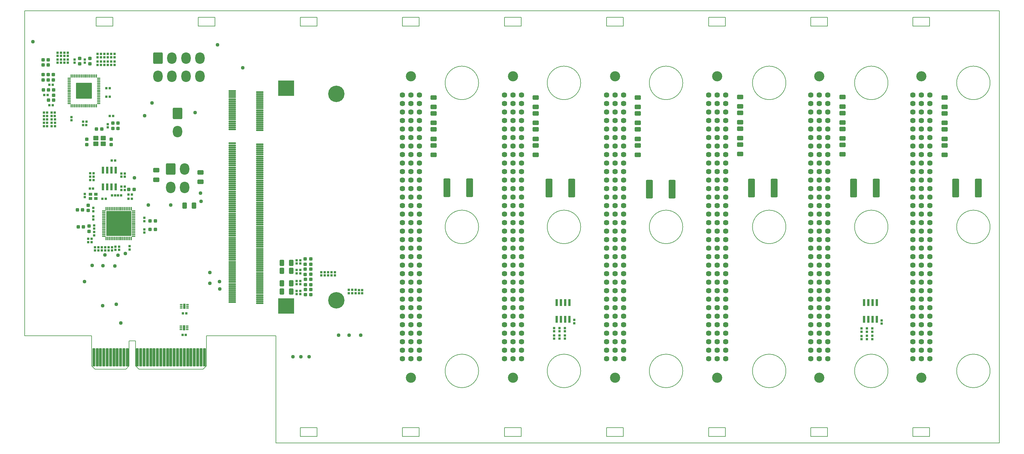
<source format=gbr>
G04 #@! TF.GenerationSoftware,KiCad,Pcbnew,6.0.7-f9a2dced07~116~ubuntu22.04.1*
G04 #@! TF.CreationDate,2023-04-06T14:06:25+01:00*
G04 #@! TF.ProjectId,hiltop_backplane_brd,68696c74-6f70-45f6-9261-636b706c616e,A*
G04 #@! TF.SameCoordinates,Original*
G04 #@! TF.FileFunction,Soldermask,Top*
G04 #@! TF.FilePolarity,Negative*
%FSLAX46Y46*%
G04 Gerber Fmt 4.6, Leading zero omitted, Abs format (unit mm)*
G04 Created by KiCad (PCBNEW 6.0.7-f9a2dced07~116~ubuntu22.04.1) date 2023-04-06 14:06:25*
%MOMM*%
%LPD*%
G01*
G04 APERTURE LIST*
G04 Aperture macros list*
%AMRoundRect*
0 Rectangle with rounded corners*
0 $1 Rounding radius*
0 $2 $3 $4 $5 $6 $7 $8 $9 X,Y pos of 4 corners*
0 Add a 4 corners polygon primitive as box body*
4,1,4,$2,$3,$4,$5,$6,$7,$8,$9,$2,$3,0*
0 Add four circle primitives for the rounded corners*
1,1,$1+$1,$2,$3*
1,1,$1+$1,$4,$5*
1,1,$1+$1,$6,$7*
1,1,$1+$1,$8,$9*
0 Add four rect primitives between the rounded corners*
20,1,$1+$1,$2,$3,$4,$5,0*
20,1,$1+$1,$4,$5,$6,$7,0*
20,1,$1+$1,$6,$7,$8,$9,0*
20,1,$1+$1,$8,$9,$2,$3,0*%
G04 Aperture macros list end*
G04 #@! TA.AperFunction,Profile*
%ADD10C,0.150000*%
G04 #@! TD*
%ADD11C,3.020680*%
%ADD12C,1.621140*%
%ADD13RoundRect,0.207500X-0.147500X-0.172500X0.147500X-0.172500X0.147500X0.172500X-0.147500X0.172500X0*%
%ADD14RoundRect,0.310000X-0.712500X-2.475000X0.712500X-2.475000X0.712500X2.475000X-0.712500X2.475000X0*%
%ADD15RoundRect,0.207500X-0.172500X0.147500X-0.172500X-0.147500X0.172500X-0.147500X0.172500X0.147500X0*%
%ADD16RoundRect,0.278750X0.256250X-0.218750X0.256250X0.218750X-0.256250X0.218750X-0.256250X-0.218750X0*%
%ADD17RoundRect,0.207500X0.172500X-0.147500X0.172500X0.147500X-0.172500X0.147500X-0.172500X-0.147500X0*%
%ADD18RoundRect,0.060000X-0.450000X0.400000X-0.450000X-0.400000X0.450000X-0.400000X0.450000X0.400000X0*%
%ADD19RoundRect,0.207500X0.147500X0.172500X-0.147500X0.172500X-0.147500X-0.172500X0.147500X-0.172500X0*%
%ADD20RoundRect,0.278750X0.218750X0.256250X-0.218750X0.256250X-0.218750X-0.256250X0.218750X-0.256250X0*%
%ADD21RoundRect,0.310000X0.625000X-0.375000X0.625000X0.375000X-0.625000X0.375000X-0.625000X-0.375000X0*%
%ADD22RoundRect,0.278750X-0.218750X-0.256250X0.218750X-0.256250X0.218750X0.256250X-0.218750X0.256250X0*%
%ADD23RoundRect,0.210000X0.150000X-0.825000X0.150000X0.825000X-0.150000X0.825000X-0.150000X-0.825000X0*%
%ADD24RoundRect,0.060000X-0.425000X-0.150000X0.425000X-0.150000X0.425000X0.150000X-0.425000X0.150000X0*%
%ADD25RoundRect,0.060000X0.150000X-0.425000X0.150000X0.425000X-0.150000X0.425000X-0.150000X-0.425000X0*%
%ADD26RoundRect,0.060000X-3.675000X-3.675000X3.675000X-3.675000X3.675000X3.675000X-3.675000X3.675000X0*%
%ADD27RoundRect,0.310001X-1.099999X-1.399999X1.099999X-1.399999X1.099999X1.399999X-1.099999X1.399999X0*%
%ADD28O,2.820000X3.420000*%
%ADD29RoundRect,0.278750X-0.256250X0.218750X-0.256250X-0.218750X0.256250X-0.218750X0.256250X0.218750X0*%
%ADD30RoundRect,0.110000X0.387500X0.050000X-0.387500X0.050000X-0.387500X-0.050000X0.387500X-0.050000X0*%
%ADD31RoundRect,0.110000X0.050000X0.387500X-0.050000X0.387500X-0.050000X-0.387500X0.050000X-0.387500X0*%
%ADD32RoundRect,0.309998X2.100002X2.100002X-2.100002X2.100002X-2.100002X-2.100002X2.100002X-2.100002X0*%
%ADD33RoundRect,0.310000X0.375000X0.625000X-0.375000X0.625000X-0.375000X-0.625000X0.375000X-0.625000X0*%
%ADD34RoundRect,0.310000X-0.625000X0.375000X-0.625000X-0.375000X0.625000X-0.375000X0.625000X0.375000X0*%
%ADD35RoundRect,0.060000X0.350000X0.125000X-0.350000X0.125000X-0.350000X-0.125000X0.350000X-0.125000X0*%
%ADD36RoundRect,0.060000X0.305000X0.710000X-0.305000X0.710000X-0.305000X-0.710000X0.305000X-0.710000X0*%
%ADD37RoundRect,0.060000X-0.375000X-2.650000X0.375000X-2.650000X0.375000X2.650000X-0.375000X2.650000X0*%
%ADD38C,1.120000*%
%ADD39RoundRect,0.060000X-2.300000X-2.250000X2.300000X-2.250000X2.300000X2.250000X-2.300000X2.250000X0*%
%ADD40C,4.900000*%
%ADD41RoundRect,0.060000X-1.000000X-0.175000X1.000000X-0.175000X1.000000X0.175000X-1.000000X0.175000X0*%
%ADD42RoundRect,0.060000X0.700000X0.600000X-0.700000X0.600000X-0.700000X-0.600000X0.700000X-0.600000X0*%
%ADD43RoundRect,0.210000X-0.150000X0.825000X-0.150000X-0.825000X0.150000X-0.825000X0.150000X0.825000X0*%
G04 APERTURE END LIST*
D10*
X179840000Y-50700000D02*
G75*
G03*
X179840000Y-50700000I-5000000J0D01*
G01*
X210320000Y-50700000D02*
G75*
G03*
X210320000Y-50700000I-5000000J0D01*
G01*
X240800000Y-50700000D02*
G75*
G03*
X240800000Y-50700000I-5000000J0D01*
G01*
X210320000Y-93700000D02*
G75*
G03*
X210320000Y-93700000I-5000000J0D01*
G01*
X240800000Y-93700000D02*
G75*
G03*
X240800000Y-93700000I-5000000J0D01*
G01*
X179840000Y-136700000D02*
G75*
G03*
X179840000Y-136700000I-5000000J0D01*
G01*
X210320000Y-136700000D02*
G75*
G03*
X210320000Y-136700000I-5000000J0D01*
G01*
X240800000Y-136700000D02*
G75*
G03*
X240800000Y-136700000I-5000000J0D01*
G01*
X179840000Y-93700000D02*
G75*
G03*
X179840000Y-93700000I-5000000J0D01*
G01*
X248500000Y-31150000D02*
X248500000Y-33750000D01*
X284000000Y-33750000D02*
X284000000Y-31150000D01*
X271600000Y-136700000D02*
G75*
G03*
X271600000Y-136700000I-5000000J0D01*
G01*
X65300000Y-136200000D02*
X74500000Y-136200000D01*
X75500000Y-135200000D02*
X75500000Y-127700000D01*
X248500000Y-33750000D02*
X253500000Y-33750000D01*
X131600000Y-156250000D02*
X131600000Y-153650000D01*
X157100000Y-31150000D02*
X157100000Y-33750000D01*
X131600000Y-153650000D02*
X126600000Y-153650000D01*
X192550000Y-153650000D02*
X187550000Y-153650000D01*
X65650000Y-33750000D02*
X70650000Y-33750000D01*
X162100000Y-31150000D02*
X157100000Y-31150000D01*
X101150000Y-33750000D02*
X101150000Y-31150000D01*
X126600000Y-156250000D02*
X131600000Y-156250000D01*
X162100000Y-156250000D02*
X162100000Y-153650000D01*
X279000000Y-31150000D02*
X279000000Y-33750000D01*
X126600000Y-31150000D02*
X126600000Y-33750000D01*
X96150000Y-31150000D02*
X96150000Y-33750000D01*
X98600000Y-126200000D02*
X119300000Y-126200000D01*
X131600000Y-31150000D02*
X126600000Y-31150000D01*
X223050000Y-153650000D02*
X218050000Y-153650000D01*
X192550000Y-33750000D02*
X192550000Y-31150000D01*
X309450000Y-153650000D02*
X309450000Y-156250000D01*
X284000000Y-153650000D02*
X279000000Y-153650000D01*
X70650000Y-31150000D02*
X65650000Y-31150000D01*
X162100000Y-33750000D02*
X162100000Y-31150000D01*
X302080000Y-136700000D02*
G75*
G03*
X302080000Y-136700000I-5000000J0D01*
G01*
X309450000Y-156250000D02*
X314450000Y-156250000D01*
X284000000Y-156250000D02*
X284000000Y-153650000D01*
X248500000Y-156250000D02*
X253500000Y-156250000D01*
X157100000Y-156250000D02*
X162100000Y-156250000D01*
X248500000Y-153650000D02*
X248500000Y-156250000D01*
X218050000Y-156250000D02*
X223050000Y-156250000D01*
X218050000Y-31150000D02*
X218050000Y-33750000D01*
X162100000Y-153650000D02*
X157100000Y-153650000D01*
X332560000Y-93700000D02*
G75*
G03*
X332560000Y-93700000I-5000000J0D01*
G01*
X75500000Y-135200000D02*
X74500000Y-136200000D01*
X126600000Y-153650000D02*
X126600000Y-156250000D01*
X314450000Y-153650000D02*
X309450000Y-153650000D01*
X97600000Y-136200000D02*
X98600000Y-135200000D01*
X157100000Y-33750000D02*
X162100000Y-33750000D01*
X332560000Y-50700000D02*
G75*
G03*
X332560000Y-50700000I-5000000J0D01*
G01*
X70650000Y-33750000D02*
X70650000Y-31150000D01*
X223050000Y-156250000D02*
X223050000Y-153650000D01*
X271600000Y-50700000D02*
G75*
G03*
X271600000Y-50700000I-5000000J0D01*
G01*
X65650000Y-31150000D02*
X65650000Y-33750000D01*
X192550000Y-31150000D02*
X187550000Y-31150000D01*
X302080000Y-93700000D02*
G75*
G03*
X302080000Y-93700000I-5000000J0D01*
G01*
X187550000Y-153650000D02*
X187550000Y-156250000D01*
X44300000Y-29200000D02*
X335300000Y-29200000D01*
X131600000Y-33750000D02*
X131600000Y-31150000D01*
X96150000Y-33750000D02*
X101150000Y-33750000D01*
X187550000Y-33750000D02*
X192550000Y-33750000D01*
X64300000Y-135200000D02*
X64300000Y-126200000D01*
X314500000Y-31150000D02*
X309500000Y-31150000D01*
X218050000Y-153650000D02*
X218050000Y-156250000D01*
X271600000Y-93700000D02*
G75*
G03*
X271600000Y-93700000I-5000000J0D01*
G01*
X253500000Y-33750000D02*
X253500000Y-31150000D01*
X279000000Y-156250000D02*
X284000000Y-156250000D01*
X332560000Y-136700000D02*
G75*
G03*
X332560000Y-136700000I-5000000J0D01*
G01*
X77400000Y-135200000D02*
X78400000Y-136200000D01*
X119300000Y-136200000D02*
X119300000Y-158200000D01*
X309500000Y-31150000D02*
X309500000Y-33750000D01*
X44300000Y-126200000D02*
X44300000Y-29200000D01*
X218050000Y-33750000D02*
X223050000Y-33750000D01*
X314450000Y-156250000D02*
X314450000Y-153650000D01*
X284000000Y-31150000D02*
X279000000Y-31150000D01*
X119300000Y-126200000D02*
X119300000Y-136200000D01*
X78400000Y-136200000D02*
X97600000Y-136200000D01*
X279000000Y-153650000D02*
X279000000Y-156250000D01*
X279000000Y-33750000D02*
X284000000Y-33750000D01*
X253500000Y-153650000D02*
X248500000Y-153650000D01*
X64300000Y-135200000D02*
X65300000Y-136200000D01*
X187550000Y-156250000D02*
X192550000Y-156250000D01*
X75500000Y-127700000D02*
X77400000Y-127700000D01*
X101150000Y-31150000D02*
X96150000Y-31150000D01*
X192550000Y-156250000D02*
X192550000Y-153650000D01*
X253500000Y-31150000D02*
X248500000Y-31150000D01*
X126600000Y-33750000D02*
X131600000Y-33750000D01*
X98600000Y-135200000D02*
X98600000Y-127700000D01*
X335300000Y-29200000D02*
X335300000Y-158200000D01*
X187550000Y-31150000D02*
X187550000Y-33750000D01*
X302080000Y-50700000D02*
G75*
G03*
X302080000Y-50700000I-5000000J0D01*
G01*
X157100000Y-153650000D02*
X157100000Y-156250000D01*
X223050000Y-31150000D02*
X218050000Y-31150000D01*
X98600000Y-127700000D02*
X98600000Y-126200000D01*
X335300000Y-158200000D02*
X119300000Y-158200000D01*
X309500000Y-33750000D02*
X314500000Y-33750000D01*
X253500000Y-156250000D02*
X253500000Y-153650000D01*
X77400000Y-127700000D02*
X77400000Y-135200000D01*
X314500000Y-33750000D02*
X314500000Y-31150000D01*
X64300000Y-126200000D02*
X44300000Y-126200000D01*
X223050000Y-33750000D02*
X223050000Y-31150000D01*
X179840000Y-50700000D02*
G75*
G03*
X179840000Y-50700000I-5000000J0D01*
G01*
X210320000Y-50700000D02*
G75*
G03*
X210320000Y-50700000I-5000000J0D01*
G01*
X240800000Y-50700000D02*
G75*
G03*
X240800000Y-50700000I-5000000J0D01*
G01*
X210320000Y-93700000D02*
G75*
G03*
X210320000Y-93700000I-5000000J0D01*
G01*
X240800000Y-93700000D02*
G75*
G03*
X240800000Y-93700000I-5000000J0D01*
G01*
X179840000Y-136700000D02*
G75*
G03*
X179840000Y-136700000I-5000000J0D01*
G01*
X210320000Y-136700000D02*
G75*
G03*
X210320000Y-136700000I-5000000J0D01*
G01*
X240800000Y-136700000D02*
G75*
G03*
X240800000Y-136700000I-5000000J0D01*
G01*
X179840000Y-93700000D02*
G75*
G03*
X179840000Y-93700000I-5000000J0D01*
G01*
X248500000Y-31150000D02*
X248500000Y-33750000D01*
X284000000Y-33750000D02*
X284000000Y-31150000D01*
X271600000Y-136700000D02*
G75*
G03*
X271600000Y-136700000I-5000000J0D01*
G01*
X65300000Y-136200000D02*
X74500000Y-136200000D01*
X75500000Y-135200000D02*
X75500000Y-127700000D01*
X248500000Y-33750000D02*
X253500000Y-33750000D01*
X131600000Y-156250000D02*
X131600000Y-153650000D01*
X157100000Y-31150000D02*
X157100000Y-33750000D01*
X131600000Y-153650000D02*
X126600000Y-153650000D01*
X192550000Y-153650000D02*
X187550000Y-153650000D01*
X65650000Y-33750000D02*
X70650000Y-33750000D01*
X162100000Y-31150000D02*
X157100000Y-31150000D01*
X101150000Y-33750000D02*
X101150000Y-31150000D01*
X126600000Y-156250000D02*
X131600000Y-156250000D01*
X162100000Y-156250000D02*
X162100000Y-153650000D01*
X279000000Y-31150000D02*
X279000000Y-33750000D01*
X126600000Y-31150000D02*
X126600000Y-33750000D01*
X96150000Y-31150000D02*
X96150000Y-33750000D01*
X98600000Y-126200000D02*
X119300000Y-126200000D01*
X131600000Y-31150000D02*
X126600000Y-31150000D01*
X223050000Y-153650000D02*
X218050000Y-153650000D01*
X192550000Y-33750000D02*
X192550000Y-31150000D01*
X309450000Y-153650000D02*
X309450000Y-156250000D01*
X284000000Y-153650000D02*
X279000000Y-153650000D01*
X70650000Y-31150000D02*
X65650000Y-31150000D01*
X162100000Y-33750000D02*
X162100000Y-31150000D01*
X302080000Y-136700000D02*
G75*
G03*
X302080000Y-136700000I-5000000J0D01*
G01*
X309450000Y-156250000D02*
X314450000Y-156250000D01*
X284000000Y-156250000D02*
X284000000Y-153650000D01*
X248500000Y-156250000D02*
X253500000Y-156250000D01*
X157100000Y-156250000D02*
X162100000Y-156250000D01*
X248500000Y-153650000D02*
X248500000Y-156250000D01*
X218050000Y-156250000D02*
X223050000Y-156250000D01*
X218050000Y-31150000D02*
X218050000Y-33750000D01*
X162100000Y-153650000D02*
X157100000Y-153650000D01*
X332560000Y-93700000D02*
G75*
G03*
X332560000Y-93700000I-5000000J0D01*
G01*
X75500000Y-135200000D02*
X74500000Y-136200000D01*
X126600000Y-153650000D02*
X126600000Y-156250000D01*
X314450000Y-153650000D02*
X309450000Y-153650000D01*
X97600000Y-136200000D02*
X98600000Y-135200000D01*
X157100000Y-33750000D02*
X162100000Y-33750000D01*
X332560000Y-50700000D02*
G75*
G03*
X332560000Y-50700000I-5000000J0D01*
G01*
X70650000Y-33750000D02*
X70650000Y-31150000D01*
X223050000Y-156250000D02*
X223050000Y-153650000D01*
X271600000Y-50700000D02*
G75*
G03*
X271600000Y-50700000I-5000000J0D01*
G01*
X65650000Y-31150000D02*
X65650000Y-33750000D01*
X192550000Y-31150000D02*
X187550000Y-31150000D01*
X302080000Y-93700000D02*
G75*
G03*
X302080000Y-93700000I-5000000J0D01*
G01*
X187550000Y-153650000D02*
X187550000Y-156250000D01*
X44300000Y-29200000D02*
X335300000Y-29200000D01*
X131600000Y-33750000D02*
X131600000Y-31150000D01*
X96150000Y-33750000D02*
X101150000Y-33750000D01*
X187550000Y-33750000D02*
X192550000Y-33750000D01*
X64300000Y-135200000D02*
X64300000Y-126200000D01*
X314500000Y-31150000D02*
X309500000Y-31150000D01*
X218050000Y-153650000D02*
X218050000Y-156250000D01*
X271600000Y-93700000D02*
G75*
G03*
X271600000Y-93700000I-5000000J0D01*
G01*
X253500000Y-33750000D02*
X253500000Y-31150000D01*
X279000000Y-156250000D02*
X284000000Y-156250000D01*
X332560000Y-136700000D02*
G75*
G03*
X332560000Y-136700000I-5000000J0D01*
G01*
X77400000Y-135200000D02*
X78400000Y-136200000D01*
X119300000Y-136200000D02*
X119300000Y-158200000D01*
X309500000Y-31150000D02*
X309500000Y-33750000D01*
X44300000Y-126200000D02*
X44300000Y-29200000D01*
X218050000Y-33750000D02*
X223050000Y-33750000D01*
X314450000Y-156250000D02*
X314450000Y-153650000D01*
X284000000Y-31150000D02*
X279000000Y-31150000D01*
X119300000Y-126200000D02*
X119300000Y-136200000D01*
X78400000Y-136200000D02*
X97600000Y-136200000D01*
X279000000Y-153650000D02*
X279000000Y-156250000D01*
X279000000Y-33750000D02*
X284000000Y-33750000D01*
X253500000Y-153650000D02*
X248500000Y-153650000D01*
X64300000Y-135200000D02*
X65300000Y-136200000D01*
X187550000Y-156250000D02*
X192550000Y-156250000D01*
X75500000Y-127700000D02*
X77400000Y-127700000D01*
X101150000Y-31150000D02*
X96150000Y-31150000D01*
X192550000Y-156250000D02*
X192550000Y-153650000D01*
X253500000Y-31150000D02*
X248500000Y-31150000D01*
X126600000Y-33750000D02*
X131600000Y-33750000D01*
X98600000Y-135200000D02*
X98600000Y-127700000D01*
X335300000Y-29200000D02*
X335300000Y-158200000D01*
X187550000Y-31150000D02*
X187550000Y-33750000D01*
X302080000Y-50700000D02*
G75*
G03*
X302080000Y-50700000I-5000000J0D01*
G01*
X157100000Y-153650000D02*
X157100000Y-156250000D01*
X223050000Y-31150000D02*
X218050000Y-31150000D01*
X98600000Y-127700000D02*
X98600000Y-126200000D01*
X335300000Y-158200000D02*
X119300000Y-158200000D01*
X309500000Y-33750000D02*
X314500000Y-33750000D01*
X253500000Y-156250000D02*
X253500000Y-153650000D01*
X77400000Y-127700000D02*
X77400000Y-135200000D01*
X314500000Y-33750000D02*
X314500000Y-31150000D01*
X64300000Y-126200000D02*
X44300000Y-126200000D01*
X223050000Y-33750000D02*
X223050000Y-31150000D01*
D11*
X159600000Y-48703900D03*
X159600000Y-138696100D03*
D12*
X157060000Y-54330000D03*
X159600000Y-54330000D03*
X162140000Y-54330000D03*
X157060000Y-56870000D03*
X159600000Y-56870000D03*
X162140000Y-56870000D03*
X157060000Y-59410000D03*
X159600000Y-59410000D03*
X162140000Y-59410000D03*
X157060000Y-61950000D03*
X159600000Y-61950000D03*
X162140000Y-61950000D03*
X157060000Y-64490000D03*
X159600000Y-64490000D03*
X162140000Y-64490000D03*
X157060000Y-67030000D03*
X159600000Y-67030000D03*
X162140000Y-67030000D03*
X157060000Y-69570000D03*
X159600000Y-69570000D03*
X162140000Y-69570000D03*
X157060000Y-72110000D03*
X159600000Y-72110000D03*
X162140000Y-72110000D03*
X157060000Y-74650000D03*
X159600000Y-74650000D03*
X162140000Y-74650000D03*
X157060000Y-77190000D03*
X159600000Y-77190000D03*
X162140000Y-77190000D03*
X157060000Y-79730000D03*
X159600000Y-79730000D03*
X162140000Y-79730000D03*
X157060000Y-82270000D03*
X159600000Y-82270000D03*
X162140000Y-82270000D03*
X157060000Y-84810000D03*
X159600000Y-84810000D03*
X162140000Y-84810000D03*
X157060000Y-87350000D03*
X159600000Y-87350000D03*
X162140000Y-87350000D03*
X157060000Y-89890000D03*
X159600000Y-89890000D03*
X162140000Y-89890000D03*
X157060000Y-92430000D03*
X159600000Y-92430000D03*
X162140000Y-92430000D03*
X157060000Y-94970000D03*
X159600000Y-94970000D03*
X162140000Y-94970000D03*
X157060000Y-97510000D03*
X159600000Y-97510000D03*
X162140000Y-97510000D03*
X157060000Y-100050000D03*
X159600000Y-100050000D03*
X162140000Y-100050000D03*
X157060000Y-102590000D03*
X159600000Y-102590000D03*
X162140000Y-102590000D03*
X157060000Y-105130000D03*
X159600000Y-105130000D03*
X162140000Y-105130000D03*
X157060000Y-107670000D03*
X159600000Y-107670000D03*
X162140000Y-107670000D03*
X157060000Y-110210000D03*
X159600000Y-110210000D03*
X162140000Y-110210000D03*
X157060000Y-112750000D03*
X159600000Y-112750000D03*
X162140000Y-112750000D03*
X157060000Y-115290000D03*
X159600000Y-115290000D03*
X162140000Y-115290000D03*
X157060000Y-117830000D03*
X159600000Y-117830000D03*
X162140000Y-117830000D03*
X157060000Y-120370000D03*
X159600000Y-120370000D03*
X162140000Y-120370000D03*
X157060000Y-122910000D03*
X159600000Y-122910000D03*
X162140000Y-122910000D03*
X157060000Y-125450000D03*
X159600000Y-125450000D03*
X162140000Y-125450000D03*
X157060000Y-127990000D03*
X159600000Y-127990000D03*
X162140000Y-127990000D03*
X157060000Y-130530000D03*
X159600000Y-130530000D03*
X162140000Y-130530000D03*
X157060000Y-133070000D03*
X159600000Y-133070000D03*
X162140000Y-133070000D03*
D11*
X190080000Y-138696100D03*
X190080000Y-48703900D03*
D12*
X187540000Y-54330000D03*
X190080000Y-54330000D03*
X192620000Y-54330000D03*
X187540000Y-56870000D03*
X190080000Y-56870000D03*
X192620000Y-56870000D03*
X187540000Y-59410000D03*
X190080000Y-59410000D03*
X192620000Y-59410000D03*
X187540000Y-61950000D03*
X190080000Y-61950000D03*
X192620000Y-61950000D03*
X187540000Y-64490000D03*
X190080000Y-64490000D03*
X192620000Y-64490000D03*
X187540000Y-67030000D03*
X190080000Y-67030000D03*
X192620000Y-67030000D03*
X187540000Y-69570000D03*
X190080000Y-69570000D03*
X192620000Y-69570000D03*
X187540000Y-72110000D03*
X190080000Y-72110000D03*
X192620000Y-72110000D03*
X187540000Y-74650000D03*
X190080000Y-74650000D03*
X192620000Y-74650000D03*
X187540000Y-77190000D03*
X190080000Y-77190000D03*
X192620000Y-77190000D03*
X187540000Y-79730000D03*
X190080000Y-79730000D03*
X192620000Y-79730000D03*
X187540000Y-82270000D03*
X190080000Y-82270000D03*
X192620000Y-82270000D03*
X187540000Y-84810000D03*
X190080000Y-84810000D03*
X192620000Y-84810000D03*
X187540000Y-87350000D03*
X190080000Y-87350000D03*
X192620000Y-87350000D03*
X187540000Y-89890000D03*
X190080000Y-89890000D03*
X192620000Y-89890000D03*
X187540000Y-92430000D03*
X190080000Y-92430000D03*
X192620000Y-92430000D03*
X187540000Y-94970000D03*
X190080000Y-94970000D03*
X192620000Y-94970000D03*
X187540000Y-97510000D03*
X190080000Y-97510000D03*
X192620000Y-97510000D03*
X187540000Y-100050000D03*
X190080000Y-100050000D03*
X192620000Y-100050000D03*
X187540000Y-102590000D03*
X190080000Y-102590000D03*
X192620000Y-102590000D03*
X187540000Y-105130000D03*
X190080000Y-105130000D03*
X192620000Y-105130000D03*
X187540000Y-107670000D03*
X190080000Y-107670000D03*
X192620000Y-107670000D03*
X187540000Y-110210000D03*
X190080000Y-110210000D03*
X192620000Y-110210000D03*
X187540000Y-112750000D03*
X190080000Y-112750000D03*
X192620000Y-112750000D03*
X187540000Y-115290000D03*
X190080000Y-115290000D03*
X192620000Y-115290000D03*
X187540000Y-117830000D03*
X190080000Y-117830000D03*
X192620000Y-117830000D03*
X187540000Y-120370000D03*
X190080000Y-120370000D03*
X192620000Y-120370000D03*
X187540000Y-122910000D03*
X190080000Y-122910000D03*
X192620000Y-122910000D03*
X187540000Y-125450000D03*
X190080000Y-125450000D03*
X192620000Y-125450000D03*
X187540000Y-127990000D03*
X190080000Y-127990000D03*
X192620000Y-127990000D03*
X187540000Y-130530000D03*
X190080000Y-130530000D03*
X192620000Y-130530000D03*
X187540000Y-133070000D03*
X190080000Y-133070000D03*
X192620000Y-133070000D03*
D11*
X220560000Y-48703900D03*
X220560000Y-138696100D03*
D12*
X218020000Y-54330000D03*
X220560000Y-54330000D03*
X223100000Y-54330000D03*
X218020000Y-56870000D03*
X220560000Y-56870000D03*
X223100000Y-56870000D03*
X218020000Y-59410000D03*
X220560000Y-59410000D03*
X223100000Y-59410000D03*
X218020000Y-61950000D03*
X220560000Y-61950000D03*
X223100000Y-61950000D03*
X218020000Y-64490000D03*
X220560000Y-64490000D03*
X223100000Y-64490000D03*
X218020000Y-67030000D03*
X220560000Y-67030000D03*
X223100000Y-67030000D03*
X218020000Y-69570000D03*
X220560000Y-69570000D03*
X223100000Y-69570000D03*
X218020000Y-72110000D03*
X220560000Y-72110000D03*
X223100000Y-72110000D03*
X218020000Y-74650000D03*
X220560000Y-74650000D03*
X223100000Y-74650000D03*
X218020000Y-77190000D03*
X220560000Y-77190000D03*
X223100000Y-77190000D03*
X218020000Y-79730000D03*
X220560000Y-79730000D03*
X223100000Y-79730000D03*
X218020000Y-82270000D03*
X220560000Y-82270000D03*
X223100000Y-82270000D03*
X218020000Y-84810000D03*
X220560000Y-84810000D03*
X223100000Y-84810000D03*
X218020000Y-87350000D03*
X220560000Y-87350000D03*
X223100000Y-87350000D03*
X218020000Y-89890000D03*
X220560000Y-89890000D03*
X223100000Y-89890000D03*
X218020000Y-92430000D03*
X220560000Y-92430000D03*
X223100000Y-92430000D03*
X218020000Y-94970000D03*
X220560000Y-94970000D03*
X223100000Y-94970000D03*
X218020000Y-97510000D03*
X220560000Y-97510000D03*
X223100000Y-97510000D03*
X218020000Y-100050000D03*
X220560000Y-100050000D03*
X223100000Y-100050000D03*
X218020000Y-102590000D03*
X220560000Y-102590000D03*
X223100000Y-102590000D03*
X218020000Y-105130000D03*
X220560000Y-105130000D03*
X223100000Y-105130000D03*
X218020000Y-107670000D03*
X220560000Y-107670000D03*
X223100000Y-107670000D03*
X218020000Y-110210000D03*
X220560000Y-110210000D03*
X223100000Y-110210000D03*
X218020000Y-112750000D03*
X220560000Y-112750000D03*
X223100000Y-112750000D03*
X218020000Y-115290000D03*
X220560000Y-115290000D03*
X223100000Y-115290000D03*
X218020000Y-117830000D03*
X220560000Y-117830000D03*
X223100000Y-117830000D03*
X218020000Y-120370000D03*
X220560000Y-120370000D03*
X223100000Y-120370000D03*
X218020000Y-122910000D03*
X220560000Y-122910000D03*
X223100000Y-122910000D03*
X218020000Y-125450000D03*
X220560000Y-125450000D03*
X223100000Y-125450000D03*
X218020000Y-127990000D03*
X220560000Y-127990000D03*
X223100000Y-127990000D03*
X218020000Y-130530000D03*
X220560000Y-130530000D03*
X223100000Y-130530000D03*
X218020000Y-133070000D03*
X220560000Y-133070000D03*
X223100000Y-133070000D03*
D13*
X75327500Y-85344000D03*
X76297500Y-85344000D03*
D14*
X170366500Y-82042000D03*
X177141500Y-82042000D03*
D15*
X73152000Y-77747000D03*
X73152000Y-78717000D03*
D16*
X63246000Y-88784500D03*
X63246000Y-87209500D03*
D17*
X75628500Y-100434000D03*
X75628500Y-99464000D03*
D13*
X63897500Y-79756000D03*
X64867500Y-79756000D03*
D18*
X65595000Y-83957000D03*
X63945000Y-83957000D03*
X63945000Y-85207000D03*
X65595000Y-85207000D03*
D15*
X64770000Y-90515000D03*
X64770000Y-91485000D03*
D13*
X70381000Y-84328000D03*
X71351000Y-84328000D03*
D15*
X74168000Y-77747000D03*
X74168000Y-78717000D03*
D19*
X92427500Y-125980000D03*
X91457500Y-125980000D03*
D17*
X65278000Y-100735000D03*
X65278000Y-99765000D03*
D20*
X61606500Y-88646000D03*
X60031500Y-88646000D03*
D17*
X71437500Y-100561000D03*
X71437500Y-99591000D03*
X72530000Y-100561000D03*
X72530000Y-99591000D03*
X69342000Y-100735000D03*
X69342000Y-99765000D03*
D15*
X65024000Y-95215000D03*
X65024000Y-96185000D03*
D19*
X64285000Y-98250000D03*
X63315000Y-98250000D03*
D21*
X166400000Y-72150000D03*
X166400000Y-69350000D03*
D22*
X75412500Y-82550000D03*
X76987500Y-82550000D03*
D23*
X67691000Y-81723000D03*
X68961000Y-81723000D03*
X70231000Y-81723000D03*
X71501000Y-81723000D03*
X71501000Y-76773000D03*
X70231000Y-76773000D03*
X68961000Y-76773000D03*
X67691000Y-76773000D03*
D21*
X227400000Y-72150000D03*
X227400000Y-69350000D03*
D17*
X68326000Y-100735000D03*
X68326000Y-99765000D03*
X74168000Y-82660500D03*
X74168000Y-81690500D03*
D14*
X230818500Y-82423000D03*
X237593500Y-82423000D03*
D17*
X64770000Y-88997500D03*
X64770000Y-88027500D03*
X67310000Y-100735000D03*
X67310000Y-99765000D03*
D24*
X67940000Y-88960000D03*
X67940000Y-89460000D03*
X67940000Y-89960000D03*
X67940000Y-90460000D03*
X67940000Y-90960000D03*
X67940000Y-91460000D03*
X67940000Y-91960000D03*
X67940000Y-92460000D03*
X67940000Y-92960000D03*
X67940000Y-93460000D03*
X67940000Y-93960000D03*
X67940000Y-94460000D03*
X67940000Y-94960000D03*
X67940000Y-95460000D03*
X67940000Y-95960000D03*
X67940000Y-96460000D03*
D25*
X68640000Y-97160000D03*
X69140000Y-97160000D03*
X69640000Y-97160000D03*
X70140000Y-97160000D03*
X70640000Y-97160000D03*
X71140000Y-97160000D03*
X71640000Y-97160000D03*
X72140000Y-97160000D03*
X72640000Y-97160000D03*
X73140000Y-97160000D03*
X73640000Y-97160000D03*
X74140000Y-97160000D03*
X74640000Y-97160000D03*
X75140000Y-97160000D03*
X75640000Y-97160000D03*
X76140000Y-97160000D03*
D24*
X76840000Y-96460000D03*
X76840000Y-95960000D03*
X76840000Y-95460000D03*
X76840000Y-94960000D03*
X76840000Y-94460000D03*
X76840000Y-93960000D03*
X76840000Y-93460000D03*
X76840000Y-92960000D03*
X76840000Y-92460000D03*
X76840000Y-91960000D03*
X76840000Y-91460000D03*
X76840000Y-90960000D03*
X76840000Y-90460000D03*
X76840000Y-89960000D03*
X76840000Y-89460000D03*
X76840000Y-88960000D03*
D25*
X76140000Y-88260000D03*
X75640000Y-88260000D03*
X75140000Y-88260000D03*
X74640000Y-88260000D03*
X74140000Y-88260000D03*
X73640000Y-88260000D03*
X73140000Y-88260000D03*
X72640000Y-88260000D03*
X72140000Y-88260000D03*
X71640000Y-88260000D03*
X71140000Y-88260000D03*
X70640000Y-88260000D03*
X70140000Y-88260000D03*
X69640000Y-88260000D03*
X69140000Y-88260000D03*
X68640000Y-88260000D03*
D26*
X72390000Y-92710000D03*
D13*
X63897500Y-77724000D03*
X64867500Y-77724000D03*
D17*
X66294000Y-100735000D03*
X66294000Y-99765000D03*
D19*
X64880500Y-78740000D03*
X63910500Y-78740000D03*
D20*
X61860500Y-93726000D03*
X60285500Y-93726000D03*
D27*
X84074000Y-43268000D03*
D28*
X88274000Y-43268000D03*
X92474000Y-43268000D03*
X96674000Y-43268000D03*
X84074000Y-48768000D03*
X88274000Y-48768000D03*
X92474000Y-48768000D03*
X96674000Y-48768000D03*
D27*
X89916000Y-59778000D03*
D28*
X89916000Y-65278000D03*
D17*
X73152000Y-82660500D03*
X73152000Y-81690500D03*
D13*
X75327500Y-84074000D03*
X76297500Y-84074000D03*
D15*
X62230000Y-83843000D03*
X62230000Y-84813000D03*
D13*
X67515000Y-85344000D03*
X68485000Y-85344000D03*
D21*
X227400000Y-62650000D03*
X227400000Y-59850000D03*
X196900000Y-57900000D03*
X196900000Y-55100000D03*
D20*
X83337500Y-91948000D03*
X81762500Y-91948000D03*
D15*
X80040000Y-90995000D03*
X80040000Y-91965000D03*
D20*
X83337500Y-94488000D03*
X81762500Y-94488000D03*
D19*
X73129000Y-84328000D03*
X72159000Y-84328000D03*
D15*
X65024000Y-93241000D03*
X65024000Y-94211000D03*
D29*
X63500000Y-93446500D03*
X63500000Y-95021500D03*
D13*
X63315000Y-97250000D03*
X64285000Y-97250000D03*
D17*
X57150000Y-42649000D03*
X57150000Y-41679000D03*
X58300000Y-61885000D03*
X58300000Y-60915000D03*
D30*
X66388500Y-56836000D03*
X66388500Y-56336000D03*
X66388500Y-55836000D03*
X66388500Y-55336000D03*
X66388500Y-54836000D03*
X66388500Y-54336000D03*
X66388500Y-53836000D03*
X66388500Y-53336000D03*
X66388500Y-52836000D03*
X66388500Y-52336000D03*
X66388500Y-51836000D03*
X66388500Y-51336000D03*
X66388500Y-50836000D03*
X66388500Y-50336000D03*
X66388500Y-49836000D03*
X66388500Y-49336000D03*
D31*
X65726000Y-48673500D03*
X65226000Y-48673500D03*
X64726000Y-48673500D03*
X64226000Y-48673500D03*
X63726000Y-48673500D03*
X63226000Y-48673500D03*
X62726000Y-48673500D03*
X62226000Y-48673500D03*
X61726000Y-48673500D03*
X61226000Y-48673500D03*
X60726000Y-48673500D03*
X60226000Y-48673500D03*
X59726000Y-48673500D03*
X59226000Y-48673500D03*
X58726000Y-48673500D03*
X58226000Y-48673500D03*
D30*
X57563500Y-49336000D03*
X57563500Y-49836000D03*
X57563500Y-50336000D03*
X57563500Y-50836000D03*
X57563500Y-51336000D03*
X57563500Y-51836000D03*
X57563500Y-52336000D03*
X57563500Y-52836000D03*
X57563500Y-53336000D03*
X57563500Y-53836000D03*
X57563500Y-54336000D03*
X57563500Y-54836000D03*
X57563500Y-55336000D03*
X57563500Y-55836000D03*
X57563500Y-56336000D03*
X57563500Y-56836000D03*
D31*
X58226000Y-57498500D03*
X58726000Y-57498500D03*
X59226000Y-57498500D03*
X59726000Y-57498500D03*
X60226000Y-57498500D03*
X60726000Y-57498500D03*
X61226000Y-57498500D03*
X61726000Y-57498500D03*
X62226000Y-57498500D03*
X62726000Y-57498500D03*
X63226000Y-57498500D03*
X63726000Y-57498500D03*
X64226000Y-57498500D03*
X64726000Y-57498500D03*
X65226000Y-57498500D03*
X65726000Y-57498500D03*
D32*
X61976000Y-53086000D03*
D13*
X50188000Y-54356000D03*
X51158000Y-54356000D03*
D15*
X59182000Y-43711000D03*
X59182000Y-44681000D03*
D17*
X69088000Y-63985000D03*
X69088000Y-63015000D03*
D29*
X49784000Y-43789500D03*
X49784000Y-45364500D03*
X51308000Y-48234500D03*
X51308000Y-49809500D03*
D17*
X54102000Y-42649000D03*
X54102000Y-41679000D03*
D15*
X68072000Y-44346000D03*
X68072000Y-45316000D03*
D13*
X52347000Y-60579000D03*
X53317000Y-60579000D03*
D19*
X51013500Y-61600000D03*
X50043500Y-61600000D03*
D29*
X60706000Y-43408500D03*
X60706000Y-44983500D03*
D22*
X49885500Y-52832000D03*
X51460500Y-52832000D03*
D15*
X56134000Y-43711000D03*
X56134000Y-44681000D03*
X55118000Y-43711000D03*
X55118000Y-44681000D03*
X54102000Y-43711000D03*
X54102000Y-44681000D03*
D29*
X52959000Y-52806500D03*
X52959000Y-54381500D03*
D19*
X51020000Y-62616000D03*
X50050000Y-62616000D03*
D15*
X62230000Y-43711000D03*
X62230000Y-44681000D03*
D16*
X70132000Y-69093500D03*
X70132000Y-67518500D03*
D19*
X52682000Y-51308000D03*
X51712000Y-51308000D03*
D29*
X63754000Y-43408500D03*
X63754000Y-44983500D03*
D13*
X61745000Y-63285000D03*
X62715000Y-63285000D03*
D19*
X51024500Y-59563000D03*
X50054500Y-59563000D03*
D29*
X62820000Y-67522500D03*
X62820000Y-69097500D03*
D16*
X70612000Y-64287500D03*
X70612000Y-62712500D03*
D17*
X56134000Y-42649000D03*
X56134000Y-41679000D03*
X55118000Y-42649000D03*
X55118000Y-41679000D03*
D15*
X57150000Y-43711000D03*
X57150000Y-44681000D03*
D29*
X52832000Y-48234500D03*
X52832000Y-49809500D03*
D22*
X65760500Y-64516000D03*
X67335500Y-64516000D03*
D13*
X52365000Y-62616000D03*
X53335000Y-62616000D03*
X52365000Y-63632000D03*
X53335000Y-63632000D03*
D27*
X87884000Y-76454000D03*
D28*
X92084000Y-76454000D03*
X87884000Y-81954000D03*
X92084000Y-81954000D03*
D33*
X94875000Y-87370000D03*
X92075000Y-87370000D03*
D34*
X96780000Y-77410000D03*
X96780000Y-80210000D03*
D13*
X51712000Y-57404000D03*
X52682000Y-57404000D03*
D19*
X51031000Y-60579000D03*
X50061000Y-60579000D03*
X51013500Y-63632000D03*
X50043500Y-63632000D03*
D13*
X52365000Y-61600000D03*
X53335000Y-61600000D03*
D29*
X49784000Y-48234500D03*
X49784000Y-49809500D03*
X51308000Y-43775500D03*
X51308000Y-45350500D03*
D15*
X67056000Y-44346000D03*
X67056000Y-45316000D03*
D17*
X71150000Y-45316000D03*
X71150000Y-44346000D03*
X71150000Y-43030000D03*
X71150000Y-42060000D03*
D15*
X69100000Y-44346000D03*
X69100000Y-45316000D03*
X70116000Y-44346000D03*
X70116000Y-45316000D03*
D17*
X70116000Y-43030000D03*
X70116000Y-42060000D03*
X69100000Y-43030000D03*
X69100000Y-42060000D03*
D19*
X69670000Y-52300000D03*
X68700000Y-52300000D03*
X70716000Y-60579000D03*
X69746000Y-60579000D03*
D16*
X72136000Y-64287500D03*
X72136000Y-62712500D03*
D20*
X52984500Y-55880000D03*
X51409500Y-55880000D03*
D13*
X52347000Y-59563000D03*
X53317000Y-59563000D03*
D15*
X66040000Y-44346000D03*
X66040000Y-45316000D03*
D17*
X68072000Y-43030000D03*
X68072000Y-42060000D03*
X67056000Y-43030000D03*
X67056000Y-42060000D03*
X66040000Y-43030000D03*
X66040000Y-42060000D03*
D14*
X200892000Y-82105500D03*
X207667000Y-82105500D03*
D21*
X196900000Y-67400000D03*
X196900000Y-64600000D03*
X196900000Y-62650000D03*
X196900000Y-59850000D03*
D33*
X123869000Y-113031000D03*
X121069000Y-113031000D03*
D15*
X126580000Y-112795000D03*
X126580000Y-113765000D03*
D29*
X129710000Y-112372500D03*
X129710000Y-113947500D03*
D16*
X128080000Y-104827500D03*
X128080000Y-103252500D03*
D15*
X125517000Y-112800000D03*
X125517000Y-113770000D03*
D29*
X128082000Y-106293500D03*
X128082000Y-107868500D03*
X128090000Y-112372500D03*
X128090000Y-113947500D03*
D15*
X126610000Y-106595000D03*
X126610000Y-107565000D03*
D16*
X129720000Y-110917500D03*
X129720000Y-109342500D03*
D33*
X123894000Y-106827000D03*
X121094000Y-106827000D03*
X123894000Y-104412000D03*
X121094000Y-104412000D03*
D17*
X125517000Y-110793000D03*
X125517000Y-109823000D03*
X125542000Y-104643000D03*
X125542000Y-103673000D03*
D29*
X129720000Y-106292500D03*
X129720000Y-107867500D03*
D16*
X129720000Y-104827500D03*
X129720000Y-103252500D03*
D33*
X123869000Y-110562000D03*
X121069000Y-110562000D03*
D16*
X128090000Y-110917500D03*
X128090000Y-109342500D03*
D15*
X125542000Y-106596000D03*
X125542000Y-107566000D03*
D13*
X63765000Y-82250000D03*
X64735000Y-82250000D03*
D19*
X71311000Y-73896000D03*
X70341000Y-73896000D03*
D21*
X166400000Y-62650000D03*
X166400000Y-59850000D03*
X227400000Y-57900000D03*
X227400000Y-55100000D03*
X166400000Y-57900000D03*
X166400000Y-55100000D03*
X166400000Y-67400000D03*
X166400000Y-64600000D03*
X227400000Y-67400000D03*
X227400000Y-64600000D03*
X196900000Y-72150000D03*
X196900000Y-69350000D03*
D13*
X61760000Y-62285000D03*
X62730000Y-62285000D03*
D35*
X92815000Y-124340000D03*
X92815000Y-123840000D03*
X92815000Y-123340000D03*
X90965000Y-123340000D03*
X90965000Y-123840000D03*
X90965000Y-124340000D03*
D36*
X91890000Y-123840000D03*
D19*
X92545000Y-119510000D03*
X91575000Y-119510000D03*
D35*
X92920000Y-117865000D03*
X92920000Y-117365000D03*
X92920000Y-116865000D03*
X91070000Y-116865000D03*
X91070000Y-117365000D03*
X91070000Y-117865000D03*
D36*
X91995000Y-117365000D03*
D19*
X69685000Y-54800000D03*
X68715000Y-54800000D03*
D15*
X70358000Y-99765000D03*
X70358000Y-100735000D03*
D17*
X80010000Y-95405000D03*
X80010000Y-94435000D03*
D37*
X64954000Y-132600000D03*
X65954000Y-132600000D03*
X66954000Y-132600000D03*
X67954000Y-132600000D03*
X68954000Y-132600000D03*
X69954000Y-132600000D03*
X70954000Y-132600000D03*
X71954000Y-132600000D03*
X72954000Y-132600000D03*
X73954000Y-132600000D03*
X74954000Y-132600000D03*
X77954000Y-132600000D03*
X78954000Y-132600000D03*
X79954000Y-132600000D03*
X80954000Y-132600000D03*
X81954000Y-132600000D03*
X82954000Y-132600000D03*
X83954000Y-132600000D03*
X84954000Y-132600000D03*
X85954000Y-132600000D03*
X86954000Y-132600000D03*
X87954000Y-132600000D03*
X88954000Y-132600000D03*
X89954000Y-132600000D03*
X90954000Y-132600000D03*
X91954000Y-132600000D03*
X92954000Y-132600000D03*
X93954000Y-132600000D03*
X94954000Y-132600000D03*
X95954000Y-132600000D03*
X96954000Y-132600000D03*
X97954000Y-132600000D03*
D17*
X145100000Y-113500000D03*
X145100000Y-112530000D03*
X144100000Y-113500000D03*
X144100000Y-112530000D03*
X143100000Y-113485000D03*
X143100000Y-112515000D03*
X142100000Y-113470000D03*
X142100000Y-112500000D03*
X141100000Y-113470000D03*
X141100000Y-112500000D03*
X136900000Y-108170000D03*
X136900000Y-107200000D03*
X135900000Y-108170000D03*
X135900000Y-107200000D03*
X134900000Y-108185000D03*
X134900000Y-107215000D03*
X133900000Y-108185000D03*
X133900000Y-107215000D03*
X132900000Y-108170000D03*
X132900000Y-107200000D03*
D38*
X67600000Y-117200000D03*
X71700000Y-116800000D03*
X62200000Y-110000000D03*
X73000000Y-122400000D03*
X138000000Y-126000000D03*
X141200000Y-126000000D03*
X144600000Y-126000000D03*
X68300000Y-102100000D03*
X67700000Y-105300000D03*
X64500000Y-105200000D03*
X71200000Y-105400000D03*
X102600000Y-112200000D03*
X102500000Y-110000000D03*
X99600000Y-110500000D03*
X77090000Y-79040000D03*
X99600000Y-107300000D03*
X81200000Y-87200000D03*
X72130000Y-102140000D03*
X74350000Y-101620000D03*
X46800000Y-38400000D03*
X101870000Y-39340000D03*
X95200000Y-59600000D03*
X82300000Y-56700000D03*
X109460000Y-46210000D03*
X80120000Y-60470000D03*
X87900000Y-87200000D03*
X96800000Y-83600000D03*
X97010000Y-86030000D03*
D39*
X122400000Y-117350000D03*
D40*
X137400000Y-54000000D03*
D39*
X122400000Y-52250000D03*
D40*
X137400000Y-115600000D03*
D41*
X106300000Y-53150000D03*
X114499999Y-53450000D03*
X106300000Y-53750000D03*
X114499999Y-54050000D03*
X106300000Y-54350000D03*
X114499999Y-54650000D03*
X106300000Y-54950000D03*
X114499999Y-55250000D03*
X106300000Y-55550000D03*
X114499999Y-55850000D03*
X106300000Y-56150000D03*
X114499999Y-56450000D03*
X106300000Y-56750000D03*
X114499999Y-57050000D03*
X106300000Y-57350000D03*
X114499999Y-57650000D03*
X106300000Y-57950000D03*
X114499999Y-58250000D03*
X106300000Y-58550000D03*
X114499999Y-58850000D03*
X106300000Y-59150000D03*
X114499999Y-59450000D03*
X106300000Y-59750000D03*
X114499999Y-60050000D03*
X106300000Y-60350000D03*
X114499999Y-60650000D03*
X106300000Y-60950000D03*
X114499999Y-61250000D03*
X106300000Y-61550000D03*
X114499999Y-61850000D03*
X106300000Y-62150000D03*
X114499999Y-62450000D03*
X106300000Y-62750000D03*
X114499999Y-63050000D03*
X106300000Y-63350000D03*
X114499999Y-63650000D03*
X106300000Y-63950000D03*
X114499999Y-64250000D03*
X106300000Y-64550000D03*
X114499999Y-64850000D03*
X106300000Y-68750000D03*
X114499999Y-69050000D03*
X106300000Y-69350000D03*
X114499999Y-69650000D03*
X106300000Y-69950000D03*
X114499999Y-70250000D03*
X106300000Y-70550000D03*
X114499999Y-70850000D03*
X106300000Y-71150000D03*
X114499999Y-71450000D03*
X106300000Y-71750000D03*
X114499999Y-72050000D03*
X106300000Y-72350000D03*
X114499999Y-72650000D03*
X106300000Y-72950000D03*
X114499999Y-73250000D03*
X106300000Y-73550000D03*
X114499999Y-73850000D03*
X106300000Y-74150000D03*
X114499999Y-74450000D03*
X106300000Y-74750000D03*
X114499999Y-75050000D03*
X106300000Y-75350000D03*
X114499999Y-75650000D03*
X106300000Y-75950000D03*
X114499999Y-76250000D03*
X106300000Y-76550000D03*
X114499999Y-76850000D03*
X106300000Y-77150000D03*
X114499999Y-77450000D03*
X106300000Y-77750000D03*
X114499999Y-78050000D03*
X106300000Y-78350000D03*
X114499999Y-78650000D03*
X106300000Y-78950000D03*
X114499999Y-79250000D03*
X106300000Y-79550000D03*
X114499999Y-79850000D03*
X106300000Y-80150000D03*
X114499999Y-80450000D03*
X106300000Y-80750000D03*
X114499999Y-81050000D03*
X106300000Y-81350000D03*
X114499999Y-81650000D03*
X106300000Y-81950000D03*
X114499999Y-82250000D03*
X106300000Y-82550000D03*
X114499999Y-82850000D03*
X106300000Y-83150000D03*
X114499999Y-83450000D03*
X106300000Y-83750000D03*
X114499999Y-84050000D03*
X106300000Y-84350000D03*
X114499999Y-84650000D03*
X106300000Y-84950000D03*
X114499999Y-85250000D03*
X106300000Y-85550000D03*
X114499999Y-85850000D03*
X106300000Y-86150000D03*
X114499999Y-86450000D03*
X106300000Y-86750000D03*
X114499999Y-87050000D03*
X106300000Y-87350000D03*
X114499999Y-87650000D03*
X106300000Y-87950000D03*
X114499999Y-88250000D03*
X106300000Y-88550000D03*
X114499999Y-88850000D03*
X106300000Y-89150000D03*
X114499999Y-89450000D03*
X106300000Y-89750000D03*
X114499999Y-90050000D03*
X106300000Y-90350000D03*
X114499999Y-90650000D03*
X106300000Y-90950000D03*
X114499999Y-91250000D03*
X106300000Y-91550000D03*
X114499999Y-91850000D03*
X106300000Y-92150000D03*
X114499999Y-92450000D03*
X106300000Y-92750000D03*
X114499999Y-93050000D03*
X106300000Y-93350000D03*
X114499999Y-93650000D03*
X106300000Y-93950000D03*
X114499999Y-94250000D03*
X106300000Y-94550000D03*
X114499999Y-94850000D03*
X106300000Y-95150000D03*
X114499999Y-95450000D03*
X106300000Y-95750000D03*
X114499999Y-96050000D03*
X106300000Y-96350000D03*
X114499999Y-96650000D03*
X106300000Y-96950000D03*
X114499999Y-97250000D03*
X106300000Y-97550000D03*
X114499999Y-97850000D03*
X106300000Y-98150000D03*
X114499999Y-98450000D03*
X106300000Y-98750000D03*
X114499999Y-99050000D03*
X106300000Y-99350000D03*
X114499999Y-99650000D03*
X106300000Y-99950000D03*
X114499999Y-100250000D03*
X106300000Y-100550000D03*
X114499999Y-100850000D03*
X106300000Y-101150000D03*
X114499999Y-101450000D03*
X106300000Y-101750000D03*
X114499999Y-102050000D03*
X106300000Y-102350000D03*
X114499999Y-102650000D03*
X106300000Y-102950000D03*
X114499999Y-103250000D03*
X106300000Y-103550000D03*
X114499999Y-103850000D03*
X106300000Y-104150000D03*
X114499999Y-104450000D03*
X106300000Y-104750000D03*
X114499999Y-105050000D03*
X106300000Y-105350000D03*
X114499999Y-105650000D03*
X106300000Y-105950000D03*
X114499999Y-106250000D03*
X106300000Y-106550000D03*
X114499999Y-106850000D03*
X106300000Y-107150000D03*
X114499999Y-107450000D03*
X106300000Y-107750000D03*
X114499999Y-108050000D03*
X106300000Y-108350000D03*
X114499999Y-108650000D03*
X106300000Y-108950000D03*
X114499999Y-109250000D03*
X106300000Y-109550000D03*
X114499999Y-109850000D03*
X106300000Y-110150000D03*
X114499999Y-110450000D03*
X106300000Y-110750000D03*
X114499999Y-111050000D03*
X106300000Y-111350000D03*
X114499999Y-111650000D03*
X106300000Y-111950000D03*
X114499999Y-112250000D03*
X106300000Y-112550000D03*
X114499999Y-112850000D03*
X106300000Y-113150000D03*
X114499999Y-113450000D03*
X106300000Y-113750000D03*
X114499999Y-114050000D03*
X106300000Y-114350000D03*
X114499999Y-114650000D03*
X106300000Y-114950000D03*
X114499999Y-115250000D03*
X106300000Y-115550000D03*
X114499999Y-115850000D03*
X106300000Y-116150000D03*
X114499999Y-116450000D03*
D34*
X83590000Y-76790000D03*
X83590000Y-79590000D03*
D17*
X126600000Y-104643000D03*
X126600000Y-103673000D03*
X126570000Y-110793000D03*
X126570000Y-109823000D03*
D42*
X67730000Y-67210000D03*
X65530000Y-67210000D03*
X65530000Y-68910000D03*
X67730000Y-68910000D03*
D15*
X300200000Y-121615000D03*
X300200000Y-122585000D03*
D17*
X205635000Y-124860000D03*
X205635000Y-123890000D03*
X297400000Y-127185000D03*
X297400000Y-126215000D03*
X205635000Y-127060000D03*
X205635000Y-126090000D03*
D15*
X208435000Y-121490000D03*
X208435000Y-122460000D03*
D17*
X202405000Y-127060000D03*
X202405000Y-126090000D03*
X294200000Y-127215000D03*
X294200000Y-126245000D03*
X295800000Y-127185000D03*
X295800000Y-126215000D03*
D21*
X288500000Y-67250000D03*
X288500000Y-64450000D03*
X319000000Y-72150000D03*
X319000000Y-69350000D03*
D17*
X297400000Y-124985000D03*
X297400000Y-124015000D03*
D21*
X257900000Y-62450000D03*
X257900000Y-59650000D03*
X319000000Y-67400000D03*
X319000000Y-64600000D03*
D17*
X202405000Y-124860000D03*
X202405000Y-123890000D03*
D21*
X257900000Y-57700000D03*
X257900000Y-54900000D03*
D43*
X206940000Y-116325000D03*
X205670000Y-116325000D03*
X204400000Y-116325000D03*
X203130000Y-116325000D03*
X203130000Y-121275000D03*
X204400000Y-121275000D03*
X205670000Y-121275000D03*
X206940000Y-121275000D03*
D21*
X257900000Y-67200000D03*
X257900000Y-64400000D03*
D38*
X124400000Y-132500000D03*
D14*
X261298500Y-82105500D03*
X268073500Y-82105500D03*
D11*
X251040000Y-138696100D03*
X251040000Y-48703900D03*
D12*
X248500000Y-54330000D03*
X251040000Y-54330000D03*
X253580000Y-54330000D03*
X248500000Y-56870000D03*
X251040000Y-56870000D03*
X253580000Y-56870000D03*
X248500000Y-59410000D03*
X251040000Y-59410000D03*
X253580000Y-59410000D03*
X248500000Y-61950000D03*
X251040000Y-61950000D03*
X253580000Y-61950000D03*
X248500000Y-64490000D03*
X251040000Y-64490000D03*
X253580000Y-64490000D03*
X248500000Y-67030000D03*
X251040000Y-67030000D03*
X253580000Y-67030000D03*
X248500000Y-69570000D03*
X251040000Y-69570000D03*
X253580000Y-69570000D03*
X248500000Y-72110000D03*
X251040000Y-72110000D03*
X253580000Y-72110000D03*
X248500000Y-74650000D03*
X251040000Y-74650000D03*
X253580000Y-74650000D03*
X248500000Y-77190000D03*
X251040000Y-77190000D03*
X253580000Y-77190000D03*
X248500000Y-79730000D03*
X251040000Y-79730000D03*
X253580000Y-79730000D03*
X248500000Y-82270000D03*
X251040000Y-82270000D03*
X253580000Y-82270000D03*
X248500000Y-84810000D03*
X251040000Y-84810000D03*
X253580000Y-84810000D03*
X248500000Y-87350000D03*
X251040000Y-87350000D03*
X253580000Y-87350000D03*
X248500000Y-89890000D03*
X251040000Y-89890000D03*
X253580000Y-89890000D03*
X248500000Y-92430000D03*
X251040000Y-92430000D03*
X253580000Y-92430000D03*
X248500000Y-94970000D03*
X251040000Y-94970000D03*
X253580000Y-94970000D03*
X248500000Y-97510000D03*
X251040000Y-97510000D03*
X253580000Y-97510000D03*
X248500000Y-100050000D03*
X251040000Y-100050000D03*
X253580000Y-100050000D03*
X248500000Y-102590000D03*
X251040000Y-102590000D03*
X253580000Y-102590000D03*
X248500000Y-105130000D03*
X251040000Y-105130000D03*
X253580000Y-105130000D03*
X248500000Y-107670000D03*
X251040000Y-107670000D03*
X253580000Y-107670000D03*
X248500000Y-110210000D03*
X251040000Y-110210000D03*
X253580000Y-110210000D03*
X248500000Y-112750000D03*
X251040000Y-112750000D03*
X253580000Y-112750000D03*
X248500000Y-115290000D03*
X251040000Y-115290000D03*
X253580000Y-115290000D03*
X248500000Y-117830000D03*
X251040000Y-117830000D03*
X253580000Y-117830000D03*
X248500000Y-120370000D03*
X251040000Y-120370000D03*
X253580000Y-120370000D03*
X248500000Y-122910000D03*
X251040000Y-122910000D03*
X253580000Y-122910000D03*
X248500000Y-125450000D03*
X251040000Y-125450000D03*
X253580000Y-125450000D03*
X248500000Y-127990000D03*
X251040000Y-127990000D03*
X253580000Y-127990000D03*
X248500000Y-130530000D03*
X251040000Y-130530000D03*
X253580000Y-130530000D03*
X248500000Y-133070000D03*
X251040000Y-133070000D03*
X253580000Y-133070000D03*
D17*
X295800000Y-124985000D03*
X295800000Y-124015000D03*
D38*
X129200000Y-132500000D03*
D11*
X312000000Y-138696100D03*
X312000000Y-48703900D03*
D12*
X309460000Y-54330000D03*
X312000000Y-54330000D03*
X314540000Y-54330000D03*
X309460000Y-56870000D03*
X312000000Y-56870000D03*
X314540000Y-56870000D03*
X309460000Y-59410000D03*
X312000000Y-59410000D03*
X314540000Y-59410000D03*
X309460000Y-61950000D03*
X312000000Y-61950000D03*
X314540000Y-61950000D03*
X309460000Y-64490000D03*
X312000000Y-64490000D03*
X314540000Y-64490000D03*
X309460000Y-67030000D03*
X312000000Y-67030000D03*
X314540000Y-67030000D03*
X309460000Y-69570000D03*
X312000000Y-69570000D03*
X314540000Y-69570000D03*
X309460000Y-72110000D03*
X312000000Y-72110000D03*
X314540000Y-72110000D03*
X309460000Y-74650000D03*
X312000000Y-74650000D03*
X314540000Y-74650000D03*
X309460000Y-77190000D03*
X312000000Y-77190000D03*
X314540000Y-77190000D03*
X309460000Y-79730000D03*
X312000000Y-79730000D03*
X314540000Y-79730000D03*
X309460000Y-82270000D03*
X312000000Y-82270000D03*
X314540000Y-82270000D03*
X309460000Y-84810000D03*
X312000000Y-84810000D03*
X314540000Y-84810000D03*
X309460000Y-87350000D03*
X312000000Y-87350000D03*
X314540000Y-87350000D03*
X309460000Y-89890000D03*
X312000000Y-89890000D03*
X314540000Y-89890000D03*
X309460000Y-92430000D03*
X312000000Y-92430000D03*
X314540000Y-92430000D03*
X309460000Y-94970000D03*
X312000000Y-94970000D03*
X314540000Y-94970000D03*
X309460000Y-97510000D03*
X312000000Y-97510000D03*
X314540000Y-97510000D03*
X309460000Y-100050000D03*
X312000000Y-100050000D03*
X314540000Y-100050000D03*
X309460000Y-102590000D03*
X312000000Y-102590000D03*
X314540000Y-102590000D03*
X309460000Y-105130000D03*
X312000000Y-105130000D03*
X314540000Y-105130000D03*
X309460000Y-107670000D03*
X312000000Y-107670000D03*
X314540000Y-107670000D03*
X309460000Y-110210000D03*
X312000000Y-110210000D03*
X314540000Y-110210000D03*
X309460000Y-112750000D03*
X312000000Y-112750000D03*
X314540000Y-112750000D03*
X309460000Y-115290000D03*
X312000000Y-115290000D03*
X314540000Y-115290000D03*
X309460000Y-117830000D03*
X312000000Y-117830000D03*
X314540000Y-117830000D03*
X309460000Y-120370000D03*
X312000000Y-120370000D03*
X314540000Y-120370000D03*
X309460000Y-122910000D03*
X312000000Y-122910000D03*
X314540000Y-122910000D03*
X309460000Y-125450000D03*
X312000000Y-125450000D03*
X314540000Y-125450000D03*
X309460000Y-127990000D03*
X312000000Y-127990000D03*
X314540000Y-127990000D03*
X309460000Y-130530000D03*
X312000000Y-130530000D03*
X314540000Y-130530000D03*
X309460000Y-133070000D03*
X312000000Y-133070000D03*
X314540000Y-133070000D03*
D21*
X288500000Y-57750000D03*
X288500000Y-54950000D03*
D11*
X281520000Y-138696100D03*
X281520000Y-48703900D03*
D12*
X278980000Y-54330000D03*
X281520000Y-54330000D03*
X284060000Y-54330000D03*
X278980000Y-56870000D03*
X281520000Y-56870000D03*
X284060000Y-56870000D03*
X278980000Y-59410000D03*
X281520000Y-59410000D03*
X284060000Y-59410000D03*
X278980000Y-61950000D03*
X281520000Y-61950000D03*
X284060000Y-61950000D03*
X278980000Y-64490000D03*
X281520000Y-64490000D03*
X284060000Y-64490000D03*
X278980000Y-67030000D03*
X281520000Y-67030000D03*
X284060000Y-67030000D03*
X278980000Y-69570000D03*
X281520000Y-69570000D03*
X284060000Y-69570000D03*
X278980000Y-72110000D03*
X281520000Y-72110000D03*
X284060000Y-72110000D03*
X278980000Y-74650000D03*
X281520000Y-74650000D03*
X284060000Y-74650000D03*
X278980000Y-77190000D03*
X281520000Y-77190000D03*
X284060000Y-77190000D03*
X278980000Y-79730000D03*
X281520000Y-79730000D03*
X284060000Y-79730000D03*
X278980000Y-82270000D03*
X281520000Y-82270000D03*
X284060000Y-82270000D03*
X278980000Y-84810000D03*
X281520000Y-84810000D03*
X284060000Y-84810000D03*
X278980000Y-87350000D03*
X281520000Y-87350000D03*
X284060000Y-87350000D03*
X278980000Y-89890000D03*
X281520000Y-89890000D03*
X284060000Y-89890000D03*
X278980000Y-92430000D03*
X281520000Y-92430000D03*
X284060000Y-92430000D03*
X278980000Y-94970000D03*
X281520000Y-94970000D03*
X284060000Y-94970000D03*
X278980000Y-97510000D03*
X281520000Y-97510000D03*
X284060000Y-97510000D03*
X278980000Y-100050000D03*
X281520000Y-100050000D03*
X284060000Y-100050000D03*
X278980000Y-102590000D03*
X281520000Y-102590000D03*
X284060000Y-102590000D03*
X278980000Y-105130000D03*
X281520000Y-105130000D03*
X284060000Y-105130000D03*
X278980000Y-107670000D03*
X281520000Y-107670000D03*
X284060000Y-107670000D03*
X278980000Y-110210000D03*
X281520000Y-110210000D03*
X284060000Y-110210000D03*
X278980000Y-112750000D03*
X281520000Y-112750000D03*
X284060000Y-112750000D03*
X278980000Y-115290000D03*
X281520000Y-115290000D03*
X284060000Y-115290000D03*
X278980000Y-117830000D03*
X281520000Y-117830000D03*
X284060000Y-117830000D03*
X278980000Y-120370000D03*
X281520000Y-120370000D03*
X284060000Y-120370000D03*
X278980000Y-122910000D03*
X281520000Y-122910000D03*
X284060000Y-122910000D03*
X278980000Y-125450000D03*
X281520000Y-125450000D03*
X284060000Y-125450000D03*
X278980000Y-127990000D03*
X281520000Y-127990000D03*
X284060000Y-127990000D03*
X278980000Y-130530000D03*
X281520000Y-130530000D03*
X284060000Y-130530000D03*
X278980000Y-133070000D03*
X281520000Y-133070000D03*
X284060000Y-133070000D03*
D17*
X204035000Y-124860000D03*
X204035000Y-123890000D03*
D21*
X319000000Y-57900000D03*
X319000000Y-55100000D03*
X319000000Y-62650000D03*
X319000000Y-59850000D03*
D17*
X204035000Y-127060000D03*
X204035000Y-126090000D03*
X294200000Y-124985000D03*
X294200000Y-124015000D03*
D43*
X298705000Y-116325000D03*
X297435000Y-116325000D03*
X296165000Y-116325000D03*
X294895000Y-116325000D03*
X294895000Y-121275000D03*
X296165000Y-121275000D03*
X297435000Y-121275000D03*
X298705000Y-121275000D03*
D21*
X288500000Y-72000000D03*
X288500000Y-69200000D03*
D14*
X322258500Y-82105500D03*
X329033500Y-82105500D03*
D21*
X257900000Y-71950000D03*
X257900000Y-69150000D03*
D14*
X291778500Y-82105500D03*
X298553500Y-82105500D03*
D38*
X126800000Y-132500000D03*
D21*
X288500000Y-62500000D03*
X288500000Y-59700000D03*
M02*

</source>
